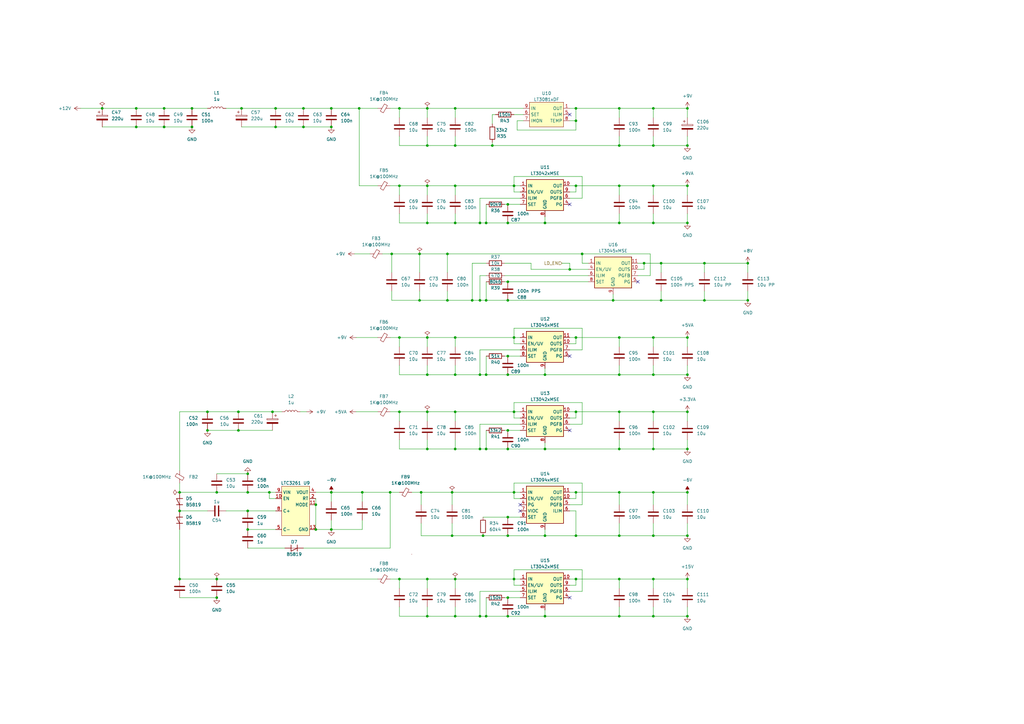
<source format=kicad_sch>
(kicad_sch (version 20230121) (generator eeschema)
  (paper "A3")
  (title_block (title "analog supply") (date "2023-11-09") (rev "r0_3") (company "M-Labs Limited") (comment 1 "Linus Woo Chun Kit"))
  (junction (at 175.26 237.49))
  (junction (at 223.52 184.15))
  (junction (at 236.22 76.2))
  (junction (at 210.82 201.93))
  (junction (at 78.74 44.45))
  (junction (at 210.82 76.2))
  (junction (at 236.22 168.91))
  (junction (at 185.42 219.71))
  (junction (at 101.6 217.17))
  (junction (at 254 184.15))
  (junction (at 208.28 245.11))
  (junction (at 185.42 201.93))
  (junction (at 208.28 176.53))
  (junction (at 135.89 217.17))
  (junction (at 147.32 44.45))
  (junction (at 193.675 123.19))
  (junction (at 210.82 138.43))
  (junction (at 254 91.44))
  (junction (at 236.22 49.53))
  (junction (at 208.28 252.73))
  (junction (at 196.85 184.15))
  (junction (at 88.9 237.49))
  (junction (at 199.39 252.73))
  (junction (at 186.69 138.43))
  (junction (at 208.28 184.15))
  (junction (at 78.74 52.07))
  (junction (at 254 44.45))
  (junction (at 238.76 104.14))
  (junction (at 267.97 76.2))
  (junction (at 199.39 153.67))
  (junction (at 254 237.49))
  (junction (at 111.76 168.91))
  (junction (at 163.83 76.2))
  (junction (at 306.705 107.95))
  (junction (at 99.06 44.45))
  (junction (at 67.31 52.07))
  (junction (at 175.26 59.69))
  (junction (at 267.97 201.93))
  (junction (at 113.03 52.07))
  (junction (at 175.26 153.67))
  (junction (at 175.26 91.44))
  (junction (at 41.91 44.45))
  (junction (at 281.94 138.43))
  (junction (at 267.97 138.43))
  (junction (at 172.085 104.14))
  (junction (at 85.09 168.91))
  (junction (at 196.85 91.44))
  (junction (at 199.39 123.19))
  (junction (at 267.97 252.73))
  (junction (at 281.94 237.49))
  (junction (at 186.69 252.73))
  (junction (at 208.28 123.19))
  (junction (at 254 219.71))
  (junction (at 97.79 168.91))
  (junction (at 148.59 201.93))
  (junction (at 223.52 153.67))
  (junction (at 223.52 91.44))
  (junction (at 236.22 44.45))
  (junction (at 101.6 209.55))
  (junction (at 281.94 76.2))
  (junction (at 281.94 201.93))
  (junction (at 281.94 168.91))
  (junction (at 183.515 104.14))
  (junction (at 306.705 123.19))
  (junction (at 281.94 44.45))
  (junction (at 186.69 237.49))
  (junction (at 186.69 184.15))
  (junction (at 163.83 168.91))
  (junction (at 236.22 219.71))
  (junction (at 254 168.91))
  (junction (at 281.94 252.73))
  (junction (at 251.46 123.19))
  (junction (at 186.69 76.2))
  (junction (at 198.12 219.71))
  (junction (at 281.94 184.15))
  (junction (at 267.97 44.45))
  (junction (at 135.89 201.93))
  (junction (at 233.68 110.49))
  (junction (at 186.69 91.44))
  (junction (at 267.97 168.91))
  (junction (at 175.26 168.91))
  (junction (at 281.94 219.71))
  (junction (at 160.02 201.93))
  (junction (at 186.69 59.69))
  (junction (at 208.28 83.82))
  (junction (at 135.89 52.07))
  (junction (at 236.22 201.93))
  (junction (at 113.03 44.45))
  (junction (at 254 153.67))
  (junction (at 254 138.43))
  (junction (at 210.82 168.91))
  (junction (at 281.94 91.44))
  (junction (at 254 59.69))
  (junction (at 267.97 184.15))
  (junction (at 288.925 123.19))
  (junction (at 254 76.2))
  (junction (at 101.6 201.93))
  (junction (at 163.83 138.43))
  (junction (at 183.515 123.19))
  (junction (at 175.26 252.73))
  (junction (at 135.89 44.45))
  (junction (at 196.85 123.19))
  (junction (at 208.28 91.44))
  (junction (at 172.72 201.93))
  (junction (at 208.28 153.67))
  (junction (at 73.66 209.55))
  (junction (at 201.93 59.69))
  (junction (at 267.97 237.49))
  (junction (at 208.28 212.09))
  (junction (at 196.85 252.73))
  (junction (at 124.46 52.07))
  (junction (at 175.26 184.15))
  (junction (at 160.655 104.14))
  (junction (at 186.69 153.67))
  (junction (at 88.9 201.93))
  (junction (at 254 201.93))
  (junction (at 85.09 176.53))
  (junction (at 110.49 201.93))
  (junction (at 208.28 115.57))
  (junction (at 264.16 107.95))
  (junction (at 267.97 219.71))
  (junction (at 208.28 146.05))
  (junction (at 223.52 252.73))
  (junction (at 73.66 201.93))
  (junction (at 172.085 123.19))
  (junction (at 281.94 59.69))
  (junction (at 97.79 176.53))
  (junction (at 267.97 59.69))
  (junction (at 55.88 52.07))
  (junction (at 236.22 237.49))
  (junction (at 281.94 153.67))
  (junction (at 223.52 219.71))
  (junction (at 208.28 219.71))
  (junction (at 288.925 107.95))
  (junction (at 175.26 76.2))
  (junction (at 175.26 138.43))
  (junction (at 163.83 44.45))
  (junction (at 199.39 184.15))
  (junction (at 101.6 194.31))
  (junction (at 88.9 245.11))
  (junction (at 267.97 91.44))
  (junction (at 271.145 123.19))
  (junction (at 175.26 44.45))
  (junction (at 210.82 237.49))
  (junction (at 254 252.73))
  (junction (at 73.66 237.49))
  (junction (at 163.83 237.49))
  (junction (at 186.69 168.91))
  (junction (at 129.54 207.01))
  (junction (at 67.31 44.45))
  (junction (at 267.97 153.67))
  (junction (at 124.46 44.45))
  (junction (at 55.88 44.45))
  (junction (at 186.69 44.45))
  (junction (at 271.145 107.95))
  (junction (at 129.54 217.17))
  (junction (at 236.22 138.43))
  (junction (at 199.39 91.44))
  (junction (at 196.85 153.67))
  (no_connect (at 233.68 176.53))
  (no_connect (at 233.68 245.11))
  (no_connect (at 261.62 115.57))
  (no_connect (at 233.68 46.99))
  (no_connect (at 213.36 209.55))
  (no_connect (at 213.36 207.01))
  (no_connect (at 233.68 83.82))
  (no_connect (at 233.68 146.05))
  (wire (pts (xy 88.9 201.93) (xy 101.6 201.93)))
  (wire (pts (xy 207.01 176.53) (xy 208.28 176.53)))
  (wire (pts (xy 267.97 214.63) (xy 267.97 219.71)))
  (wire (pts (xy 267.97 153.67) (xy 267.97 149.86)))
  (wire (pts (xy 196.85 81.28) (xy 196.85 91.44)))
  (wire (pts (xy 175.26 241.3) (xy 175.26 237.49)))
  (wire (pts (xy 160.02 237.49) (xy 163.83 237.49)))
  (wire (pts (xy 254 237.49) (xy 254 241.3)))
  (wire (pts (xy 233.68 140.97) (xy 236.22 140.97)))
  (wire (pts (xy 148.59 201.93) (xy 148.59 205.74)))
  (wire (pts (xy 281.94 252.73) (xy 281.94 248.92)))
  (wire (pts (xy 271.145 107.95) (xy 271.145 111.76)))
  (wire (pts (xy 135.89 213.36) (xy 135.89 217.17)))
  (wire (pts (xy 163.83 252.73) (xy 163.83 248.92)))
  (wire (pts (xy 208.28 176.53) (xy 213.36 176.53)))
  (wire (pts (xy 124.46 44.45) (xy 135.89 44.45)))
  (wire (pts (xy 135.89 217.17) (xy 129.54 217.17)))
  (wire (pts (xy 201.93 58.42) (xy 201.93 59.69)))
  (wire (pts (xy 196.85 91.44) (xy 199.39 91.44)))
  (wire (pts (xy 288.925 107.95) (xy 288.925 111.76)))
  (wire (pts (xy 267.97 252.73) (xy 281.94 252.73)))
  (wire (pts (xy 156.845 104.14) (xy 160.655 104.14)))
  (wire (pts (xy 186.69 172.72) (xy 186.69 168.91)))
  (wire (pts (xy 196.85 113.03) (xy 199.39 113.03)))
  (wire (pts (xy 236.22 219.71) (xy 223.52 219.71)))
  (wire (pts (xy 172.085 123.19) (xy 183.515 123.19)))
  (wire (pts (xy 175.26 252.73) (xy 175.26 248.92)))
  (wire (pts (xy 183.515 123.19) (xy 193.675 123.19)))
  (wire (pts (xy 185.42 219.71) (xy 198.12 219.71)))
  (wire (pts (xy 201.93 50.8) (xy 201.93 46.99)))
  (wire (pts (xy 267.97 153.67) (xy 281.94 153.67)))
  (wire (pts (xy 85.09 176.53) (xy 97.79 176.53)))
  (wire (pts (xy 207.01 115.57) (xy 208.28 115.57)))
  (wire (pts (xy 172.085 123.19) (xy 172.085 119.38)))
  (wire (pts (xy 210.82 76.2) (xy 213.36 76.2)))
  (wire (pts (xy 85.09 168.91) (xy 97.79 168.91)))
  (wire (pts (xy 163.83 59.69) (xy 175.26 59.69)))
  (wire (pts (xy 210.82 237.49) (xy 213.36 237.49)))
  (wire (pts (xy 254 219.71) (xy 254 214.63)))
  (wire (pts (xy 199.39 184.15) (xy 208.28 184.15)))
  (wire (pts (xy 129.54 201.93) (xy 135.89 201.93)))
  (wire (pts (xy 175.26 142.24) (xy 175.26 138.43)))
  (wire (pts (xy 199.39 252.73) (xy 208.28 252.73)))
  (wire (pts (xy 186.69 80.01) (xy 186.69 76.2)))
  (wire (pts (xy 199.39 245.11) (xy 199.39 252.73)))
  (wire (pts (xy 172.72 214.63) (xy 172.72 219.71)))
  (wire (pts (xy 92.71 209.55) (xy 101.6 209.55)))
  (wire (pts (xy 183.515 104.14) (xy 238.76 104.14)))
  (wire (pts (xy 208.28 184.15) (xy 223.52 184.15)))
  (wire (pts (xy 175.26 184.15) (xy 186.69 184.15)))
  (wire (pts (xy 208.28 91.44) (xy 223.52 91.44)))
  (wire (pts (xy 213.36 204.47) (xy 210.82 204.47)))
  (wire (pts (xy 135.89 44.45) (xy 147.32 44.45)))
  (wire (pts (xy 254 219.71) (xy 267.97 219.71)))
  (wire (pts (xy 208.28 115.57) (xy 241.3 115.57)))
  (wire (pts (xy 163.83 252.73) (xy 175.26 252.73)))
  (wire (pts (xy 185.42 201.93) (xy 210.82 201.93)))
  (wire (pts (xy 186.69 168.91) (xy 210.82 168.91)))
  (wire (pts (xy 199.39 115.57) (xy 199.39 123.19)))
  (wire (pts (xy 175.26 76.2) (xy 186.69 76.2)))
  (wire (pts (xy 186.69 91.44) (xy 186.69 87.63)))
  (wire (pts (xy 199.39 146.05) (xy 199.39 153.67)))
  (wire (pts (xy 254 153.67) (xy 254 149.86)))
  (wire (pts (xy 238.76 134.62) (xy 210.82 134.62)))
  (wire (pts (xy 199.39 153.67) (xy 208.28 153.67)))
  (wire (pts (xy 172.72 219.71) (xy 185.42 219.71)))
  (wire (pts (xy 223.52 91.44) (xy 254 91.44)))
  (wire (pts (xy 236.22 240.03) (xy 236.22 237.49)))
  (wire (pts (xy 101.6 224.79) (xy 116.84 224.79)))
  (wire (pts (xy 198.12 219.71) (xy 208.28 219.71)))
  (wire (pts (xy 254 184.15) (xy 254 180.34)))
  (wire (pts (xy 210.82 140.97) (xy 210.82 138.43)))
  (wire (pts (xy 55.88 52.07) (xy 67.31 52.07)))
  (wire (pts (xy 196.85 81.28) (xy 213.36 81.28)))
  (wire (pts (xy 267.97 59.69) (xy 254 59.69)))
  (wire (pts (xy 212.09 49.53) (xy 214.63 49.53)))
  (wire (pts (xy 271.145 107.95) (xy 288.925 107.95)))
  (wire (pts (xy 267.97 91.44) (xy 267.97 87.63)))
  (wire (pts (xy 223.52 250.19) (xy 223.52 252.73)))
  (wire (pts (xy 271.145 123.19) (xy 271.145 119.38)))
  (wire (pts (xy 254 201.93) (xy 267.97 201.93)))
  (wire (pts (xy 186.69 44.45) (xy 214.63 44.45)))
  (wire (pts (xy 196.85 173.99) (xy 213.36 173.99)))
  (wire (pts (xy 175.26 184.15) (xy 175.26 180.34)))
  (wire (pts (xy 261.62 113.03) (xy 266.7 113.03)))
  (wire (pts (xy 238.76 107.95) (xy 241.3 107.95)))
  (wire (pts (xy 186.69 241.3) (xy 186.69 237.49)))
  (wire (pts (xy 254 237.49) (xy 267.97 237.49)))
  (wire (pts (xy 146.05 168.91) (xy 154.94 168.91)))
  (wire (pts (xy 236.22 237.49) (xy 254 237.49)))
  (wire (pts (xy 210.82 201.93) (xy 213.36 201.93)))
  (wire (pts (xy 236.22 44.45) (xy 236.22 49.53)))
  (wire (pts (xy 207.01 245.11) (xy 208.28 245.11)))
  (wire (pts (xy 210.82 78.74) (xy 210.82 76.2)))
  (wire (pts (xy 196.85 252.73) (xy 199.39 252.73)))
  (wire (pts (xy 186.69 153.67) (xy 196.85 153.67)))
  (wire (pts (xy 236.22 219.71) (xy 254 219.71)))
  (wire (pts (xy 210.82 138.43) (xy 213.36 138.43)))
  (wire (pts (xy 73.66 198.12) (xy 73.66 201.93)))
  (wire (pts (xy 238.76 173.99) (xy 238.76 165.1)))
  (wire (pts (xy 175.26 172.72) (xy 175.26 168.91)))
  (wire (pts (xy 113.03 52.07) (xy 124.46 52.07)))
  (wire (pts (xy 73.66 237.49) (xy 73.66 217.17)))
  (wire (pts (xy 238.76 165.1) (xy 210.82 165.1)))
  (wire (pts (xy 208.28 123.19) (xy 251.46 123.19)))
  (wire (pts (xy 199.39 107.95) (xy 193.675 107.95)))
  (wire (pts (xy 113.03 44.45) (xy 124.46 44.45)))
  (wire (pts (xy 281.94 76.2) (xy 281.94 80.01)))
  (wire (pts (xy 163.83 172.72) (xy 163.83 168.91)))
  (wire (pts (xy 281.94 184.15) (xy 281.94 180.34)))
  (wire (pts (xy 201.93 46.99) (xy 203.2 46.99)))
  (wire (pts (xy 266.7 104.14) (xy 238.76 104.14)))
  (wire (pts (xy 210.82 240.03) (xy 210.82 237.49)))
  (wire (pts (xy 281.94 168.91) (xy 281.94 172.72)))
  (wire (pts (xy 160.655 104.14) (xy 172.085 104.14)))
  (wire (pts (xy 233.68 143.51) (xy 238.76 143.51)))
  (wire (pts (xy 254 48.26) (xy 254 44.45)))
  (wire (pts (xy 196.85 113.03) (xy 196.85 123.19)))
  (wire (pts (xy 236.22 201.93) (xy 254 201.93)))
  (wire (pts (xy 73.66 237.49) (xy 88.9 237.49)))
  (wire (pts (xy 175.26 168.91) (xy 186.69 168.91)))
  (wire (pts (xy 233.68 240.03) (xy 236.22 240.03)))
  (wire (pts (xy 201.93 59.69) (xy 254 59.69)))
  (wire (pts (xy 175.26 44.45) (xy 186.69 44.45)))
  (wire (pts (xy 160.02 44.45) (xy 163.83 44.45)))
  (wire (pts (xy 124.46 52.07) (xy 135.89 52.07)))
  (wire (pts (xy 236.22 138.43) (xy 254 138.43)))
  (wire (pts (xy 110.49 201.93) (xy 113.03 201.93)))
  (wire (pts (xy 233.68 173.99) (xy 238.76 173.99)))
  (wire (pts (xy 217.805 107.95) (xy 217.805 110.49)))
  (wire (pts (xy 210.82 134.62) (xy 210.82 138.43)))
  (wire (pts (xy 267.97 76.2) (xy 267.97 80.01)))
  (wire (pts (xy 267.97 138.43) (xy 281.94 138.43)))
  (wire (pts (xy 254 44.45) (xy 267.97 44.45)))
  (wire (pts (xy 254 91.44) (xy 267.97 91.44)))
  (wire (pts (xy 288.925 123.19) (xy 288.925 119.38)))
  (wire (pts (xy 266.7 113.03) (xy 266.7 104.14)))
  (wire (pts (xy 223.52 151.13) (xy 223.52 153.67)))
  (wire (pts (xy 233.68 110.49) (xy 241.3 110.49)))
  (wire (pts (xy 233.68 138.43) (xy 236.22 138.43)))
  (wire (pts (xy 163.83 59.69) (xy 163.83 55.88)))
  (wire (pts (xy 233.68 81.28) (xy 238.76 81.28)))
  (wire (pts (xy 196.85 153.67) (xy 199.39 153.67)))
  (wire (pts (xy 160.655 123.19) (xy 172.085 123.19)))
  (wire (pts (xy 223.52 181.61) (xy 223.52 184.15)))
  (wire (pts (xy 113.03 204.47) (xy 110.49 204.47)))
  (wire (pts (xy 73.66 245.11) (xy 88.9 245.11)))
  (wire (pts (xy 186.69 59.69) (xy 201.93 59.69)))
  (wire (pts (xy 186.69 153.67) (xy 186.69 149.86)))
  (wire (pts (xy 183.515 123.19) (xy 183.515 119.38)))
  (wire (pts (xy 233.68 76.2) (xy 236.22 76.2)))
  (wire (pts (xy 185.42 214.63) (xy 185.42 219.71)))
  (wire (pts (xy 208.28 252.73) (xy 223.52 252.73)))
  (wire (pts (xy 175.26 252.73) (xy 186.69 252.73)))
  (wire (pts (xy 168.91 201.93) (xy 172.72 201.93)))
  (wire (pts (xy 186.69 48.26) (xy 186.69 44.45)))
  (wire (pts (xy 135.89 201.93) (xy 148.59 201.93)))
  (wire (pts (xy 115.57 168.91) (xy 111.76 168.91)))
  (wire (pts (xy 123.19 168.91) (xy 125.73 168.91)))
  (wire (pts (xy 267.97 44.45) (xy 281.94 44.45)))
  (wire (pts (xy 199.39 176.53) (xy 199.39 184.15)))
  (wire (pts (xy 254 168.91) (xy 254 172.72)))
  (wire (pts (xy 254 201.93) (xy 254 207.01)))
  (wire (pts (xy 185.42 201.93) (xy 185.42 207.01)))
  (wire (pts (xy 135.89 201.93) (xy 135.89 205.74)))
  (wire (pts (xy 213.36 78.74) (xy 210.82 78.74)))
  (wire (pts (xy 267.97 48.26) (xy 267.97 44.45)))
  (wire (pts (xy 163.83 237.49) (xy 175.26 237.49)))
  (wire (pts (xy 196.85 143.51) (xy 213.36 143.51)))
  (wire (pts (xy 186.69 252.73) (xy 186.69 248.92)))
  (wire (pts (xy 175.26 153.67) (xy 175.26 149.86)))
  (wire (pts (xy 233.68 168.91) (xy 236.22 168.91)))
  (wire (pts (xy 212.09 49.53) (xy 212.09 53.34)))
  (wire (pts (xy 186.69 138.43) (xy 210.82 138.43)))
  (wire (pts (xy 236.22 49.53) (xy 233.68 49.53)))
  (wire (pts (xy 271.145 123.19) (xy 288.925 123.19)))
  (wire (pts (xy 233.68 171.45) (xy 236.22 171.45)))
  (wire (pts (xy 254 91.44) (xy 254 87.63)))
  (wire (pts (xy 238.76 81.28) (xy 238.76 72.39)))
  (wire (pts (xy 213.36 240.03) (xy 210.82 240.03)))
  (wire (pts (xy 236.22 209.55) (xy 236.22 219.71)))
  (wire (pts (xy 163.83 80.01) (xy 163.83 76.2)))
  (wire (pts (xy 254 153.67) (xy 267.97 153.67)))
  (wire (pts (xy 101.6 217.17) (xy 113.03 217.17)))
  (wire (pts (xy 163.83 241.3) (xy 163.83 237.49)))
  (wire (pts (xy 233.68 242.57) (xy 238.76 242.57)))
  (wire (pts (xy 236.22 168.91) (xy 254 168.91)))
  (wire (pts (xy 223.52 219.71) (xy 223.52 217.17)))
  (wire (pts (xy 160.02 224.79) (xy 160.02 201.93)))
  (wire (pts (xy 163.83 48.26) (xy 163.83 44.45)))
  (wire (pts (xy 236.22 53.34) (xy 236.22 49.53)))
  (wire (pts (xy 78.74 44.45) (xy 85.09 44.45)))
  (wire (pts (xy 267.97 201.93) (xy 281.94 201.93)))
  (wire (pts (xy 148.59 217.17) (xy 135.89 217.17)))
  (wire (pts (xy 92.71 44.45) (xy 99.06 44.45)))
  (wire (pts (xy 281.94 44.45) (xy 281.94 48.26)))
  (wire (pts (xy 175.26 48.26) (xy 175.26 44.45)))
  (wire (pts (xy 163.83 153.67) (xy 175.26 153.67)))
  (wire (pts (xy 175.26 153.67) (xy 186.69 153.67)))
  (wire (pts (xy 160.02 201.93) (xy 163.83 201.93)))
  (wire (pts (xy 267.97 237.49) (xy 281.94 237.49)))
  (wire (pts (xy 172.085 111.76) (xy 172.085 104.14)))
  (wire (pts (xy 207.01 107.95) (xy 217.805 107.95)))
  (wire (pts (xy 110.49 204.47) (xy 110.49 201.93)))
  (wire (pts (xy 175.26 59.69) (xy 175.26 55.88)))
  (wire (pts (xy 210.82 168.91) (xy 213.36 168.91)))
  (wire (pts (xy 267.97 201.93) (xy 267.97 207.01)))
  (wire (pts (xy 198.12 212.09) (xy 208.28 212.09)))
  (wire (pts (xy 254 252.73) (xy 254 248.92)))
  (wire (pts (xy 233.68 78.74) (xy 236.22 78.74)))
  (wire (pts (xy 172.72 201.93) (xy 172.72 207.01)))
  (wire (pts (xy 33.02 44.45) (xy 41.91 44.45)))
  (wire (pts (xy 238.76 72.39) (xy 210.82 72.39)))
  (wire (pts (xy 199.39 123.19) (xy 208.28 123.19)))
  (wire (pts (xy 254 252.73) (xy 267.97 252.73)))
  (wire (pts (xy 264.16 107.95) (xy 271.145 107.95)))
  (wire (pts (xy 236.22 140.97) (xy 236.22 138.43)))
  (wire (pts (xy 129.54 207.01) (xy 129.54 217.17)))
  (wire (pts (xy 267.97 252.73) (xy 267.97 248.92)))
  (wire (pts (xy 261.62 110.49) (xy 264.16 110.49)))
  (wire (pts (xy 41.91 44.45) (xy 55.88 44.45)))
  (wire (pts (xy 186.69 59.69) (xy 186.69 55.88)))
  (wire (pts (xy 163.83 76.2) (xy 175.26 76.2)))
  (wire (pts (xy 154.94 76.2) (xy 147.32 76.2)))
  (wire (pts (xy 254 55.88) (xy 254 59.69)))
  (wire (pts (xy 163.83 153.67) (xy 163.83 149.86)))
  (wire (pts (xy 288.925 123.19) (xy 306.705 123.19)))
  (wire (pts (xy 172.085 104.14) (xy 183.515 104.14)))
  (wire (pts (xy 196.85 242.57) (xy 196.85 252.73)))
  (wire (pts (xy 267.97 91.44) (xy 281.94 91.44)))
  (wire (pts (xy 73.66 209.55) (xy 85.09 209.55)))
  (wire (pts (xy 186.69 237.49) (xy 210.82 237.49)))
  (wire (pts (xy 101.6 201.93) (xy 110.49 201.93)))
  (wire (pts (xy 99.06 44.45) (xy 113.03 44.45)))
  (wire (pts (xy 186.69 184.15) (xy 186.69 180.34)))
  (wire (pts (xy 264.16 110.49) (xy 264.16 107.95)))
  (wire (pts (xy 73.66 168.91) (xy 73.66 193.04)))
  (wire (pts (xy 210.82 46.99) (xy 214.63 46.99)))
  (wire (pts (xy 147.32 44.45) (xy 147.32 76.2)))
  (wire (pts (xy 145.415 104.14) (xy 151.765 104.14)))
  (wire (pts (xy 175.26 91.44) (xy 186.69 91.44)))
  (wire (pts (xy 261.62 107.95) (xy 264.16 107.95)))
  (wire (pts (xy 210.82 72.39) (xy 210.82 76.2)))
  (wire (pts (xy 254 76.2) (xy 267.97 76.2)))
  (wire (pts (xy 233.68 237.49) (xy 236.22 237.49)))
  (wire (pts (xy 193.675 123.19) (xy 196.85 123.19)))
  (wire (pts (xy 196.85 123.19) (xy 199.39 123.19)))
  (wire (pts (xy 238.76 198.12) (xy 210.82 198.12)))
  (wire (pts (xy 233.68 44.45) (xy 236.22 44.45)))
  (wire (pts (xy 146.05 138.43) (xy 154.94 138.43)))
  (wire (pts (xy 196.85 143.51) (xy 196.85 153.67)))
  (wire (pts (xy 281.94 91.44) (xy 281.94 87.63)))
  (wire (pts (xy 41.91 52.07) (xy 55.88 52.07)))
  (wire (pts (xy 196.85 173.99) (xy 196.85 184.15)))
  (wire (pts (xy 281.94 138.43) (xy 281.94 142.24)))
  (wire (pts (xy 281.94 153.67) (xy 281.94 149.86)))
  (wire (pts (xy 233.68 204.47) (xy 236.22 204.47)))
  (wire (pts (xy 199.39 91.44) (xy 208.28 91.44)))
  (wire (pts (xy 230.505 107.95) (xy 233.68 107.95)))
  (wire (pts (xy 238.76 207.01) (xy 238.76 198.12)))
  (wire (pts (xy 163.83 168.91) (xy 175.26 168.91)))
  (wire (pts (xy 236.22 78.74) (xy 236.22 76.2)))
  (wire (pts (xy 207.01 146.05) (xy 208.28 146.05)))
  (wire (pts (xy 196.85 184.15) (xy 199.39 184.15)))
  (wire (pts (xy 233.68 107.95) (xy 233.68 110.49)))
  (wire (pts (xy 212.09 53.34) (xy 236.22 53.34)))
  (wire (pts (xy 196.85 242.57) (xy 213.36 242.57)))
  (wire (pts (xy 208.28 153.67) (xy 223.52 153.67)))
  (wire (pts (xy 210.82 171.45) (xy 210.82 168.91)))
  (wire (pts (xy 186.69 76.2) (xy 210.82 76.2)))
  (wire (pts (xy 210.82 198.12) (xy 210.82 201.93)))
  (wire (pts (xy 147.32 44.45) (xy 154.94 44.45)))
  (wire (pts (xy 213.36 140.97) (xy 210.82 140.97)))
  (wire (pts (xy 238.76 242.57) (xy 238.76 233.68)))
  (wire (pts (xy 88.9 194.31) (xy 101.6 194.31)))
  (wire (pts (xy 306.705 123.19) (xy 306.705 119.38)))
  (wire (pts (xy 267.97 168.91) (xy 267.97 172.72)))
  (wire (pts (xy 267.97 76.2) (xy 281.94 76.2)))
  (wire (pts (xy 186.69 142.24) (xy 186.69 138.43)))
  (wire (pts (xy 281.94 55.88) (xy 281.94 59.69)))
  (wire (pts (xy 67.31 52.07) (xy 78.74 52.07)))
  (wire (pts (xy 210.82 204.47) (xy 210.82 201.93)))
  (wire (pts (xy 238.76 233.68) (xy 210.82 233.68)))
  (wire (pts (xy 254 138.43) (xy 267.97 138.43)))
  (wire (pts (xy 251.46 120.65) (xy 251.46 123.19)))
  (wire (pts (xy 267.97 219.71) (xy 281.94 219.71)))
  (wire (pts (xy 208.28 245.11) (xy 213.36 245.11)))
  (wire (pts (xy 223.52 88.9) (xy 223.52 91.44)))
  (wire (pts (xy 73.66 168.91) (xy 85.09 168.91)))
  (wire (pts (xy 267.97 237.49) (xy 267.97 241.3)))
  (wire (pts (xy 254 184.15) (xy 267.97 184.15)))
  (wire (pts (xy 236.22 171.45) (xy 236.22 168.91)))
  (wire (pts (xy 210.82 233.68) (xy 210.82 237.49)))
  (wire (pts (xy 160.655 111.76) (xy 160.655 104.14)))
  (wire (pts (xy 55.88 44.45) (xy 67.31 44.45)))
  (wire (pts (xy 199.39 83.82) (xy 199.39 91.44)))
  (wire (pts (xy 160.02 168.91) (xy 163.83 168.91)))
  (wire (pts (xy 124.46 224.79) (xy 160.02 224.79)))
  (wire (pts (xy 254 138.43) (xy 254 142.24)))
  (wire (pts (xy 208.28 212.09) (xy 213.36 212.09)))
  (wire (pts (xy 210.82 165.1) (xy 210.82 168.91)))
  (wire (pts (xy 288.925 107.95) (xy 306.705 107.95)))
  (wire (pts (xy 160.02 76.2) (xy 163.83 76.2)))
  (wire (pts (xy 160.655 123.19) (xy 160.655 119.38)))
  (wire (pts (xy 67.31 44.45) (xy 78.74 44.45)))
  (wire (pts (xy 175.26 59.69) (xy 186.69 59.69)))
  (wire (pts (xy 163.83 184.15) (xy 175.26 184.15)))
  (wire (pts (xy 208.28 146.05) (xy 213.36 146.05)))
  (wire (pts (xy 175.26 237.49) (xy 186.69 237.49)))
  (wire (pts (xy 254 168.91) (xy 267.97 168.91)))
  (wire (pts (xy 111.76 168.91) (xy 97.79 168.91)))
  (wire (pts (xy 183.515 111.76) (xy 183.515 104.14)))
  (wire (pts (xy 160.02 201.93) (xy 148.59 201.93)))
  (wire (pts (xy 172.72 201.93) (xy 185.42 201.93)))
  (wire (pts (xy 175.26 91.44) (xy 175.26 87.63)))
  (wire (pts (xy 281.94 201.93) (xy 281.94 207.01)))
  (wire (pts (xy 99.06 52.07) (xy 113.03 52.07)))
  (wire (pts (xy 101.6 209.55) (xy 113.03 209.55)))
  (wire (pts (xy 223.52 153.67) (xy 254 153.67)))
  (wire (pts (xy 238.76 143.51) (xy 238.76 134.62)))
  (wire (pts (xy 73.66 201.93) (xy 88.9 201.93)))
  (wire (pts (xy 175.26 138.43) (xy 186.69 138.43)))
  (wire (pts (xy 267.97 168.91) (xy 281.94 168.91)))
  (wire (pts (xy 233.68 207.01) (xy 238.76 207.01)))
  (wire (pts (xy 163.83 91.44) (xy 175.26 91.44)))
  (wire (pts (xy 236.22 76.2) (xy 254 76.2)))
  (wire (pts (xy 236.22 204.47) (xy 236.22 201.93)))
  (wire (pts (xy 193.675 107.95) (xy 193.675 123.19)))
  (wire (pts (xy 236.22 44.45) (xy 254 44.45)))
  (wire (pts (xy 160.02 138.43) (xy 163.83 138.43)))
  (wire (pts (xy 208.28 219.71) (xy 223.52 219.71)))
  (wire (pts (xy 236.22 209.55) (xy 233.68 209.55)))
  (wire (pts (xy 111.76 176.53) (xy 97.79 176.53)))
  (wire (pts (xy 186.69 184.15) (xy 196.85 184.15)))
  (wire (pts (xy 267.97 184.15) (xy 267.97 180.34)))
  (wire (pts (xy 207.01 83.82) (xy 208.28 83.82)))
  (wire (pts (xy 267.97 138.43) (xy 267.97 142.24)))
  (wire (pts (xy 217.805 110.49) (xy 233.68 110.49)))
  (wire (pts (xy 213.36 171.45) (xy 210.82 171.45)))
  (wire (pts (xy 233.68 201.93) (xy 236.22 201.93)))
  (wire (pts (xy 254 76.2) (xy 254 80.01)))
  (wire (pts (xy 251.46 123.19) (xy 271.145 123.19)))
  (wire (pts (xy 163.83 44.45) (xy 175.26 44.45)))
  (wire (pts (xy 223.52 184.15) (xy 254 184.15)))
  (wire (pts (xy 163.83 138.43) (xy 175.26 138.43)))
  (wire (pts (xy 208.28 83.82) (xy 213.36 83.82)))
  (wire (pts (xy 186.69 91.44) (xy 196.85 91.44)))
  (wire (pts (xy 163.83 91.44) (xy 163.83 87.63)))
  (wire (pts (xy 306.705 107.95) (xy 306.705 111.76)))
  (wire (pts (xy 281.94 237.49) (xy 281.94 241.3)))
  (wire (pts (xy 148.59 213.36) (xy 148.59 217.17)))
  (wire (pts (xy 267.97 55.88) (xy 267.97 59.69)))
  (wire (pts (xy 129.54 204.47) (xy 129.54 207.01)))
  (wire (pts (xy 267.97 59.69) (xy 281.94 59.69)))
  (wire (pts (xy 223.52 252.73) (xy 254 252.73)))
  (wire (pts (xy 186.69 252.73) (xy 196.85 252.73)))
  (wire (pts (xy 267.97 184.15) (xy 281.94 184.15)))
  (wire (pts (xy 238.76 104.14) (xy 238.76 107.95)))
  (wire (pts (xy 281.94 214.63) (xy 281.94 219.71)))
  (wire (pts (xy 175.26 80.01) (xy 175.26 76.2)))
  (wire (pts (xy 163.83 184.15) (xy 163.83 180.34)))
  (wire (pts (xy 88.9 237.49) (xy 154.94 237.49)))
  (wire (pts (xy 207.01 113.03) (xy 241.3 113.03)))
  (wire (pts (xy 163.83 142.24) (xy 163.83 138.43)))
  (hierarchical_label "LD_EN" (shape input) (at 230.505 107.95 180))
  (symbol (lib_id "Device:R") (at 198.12 215.9 0) (unit 1)
    (property "Reference" "R34" (at 200.66 214.6299 0) (effects (justify left)))
    (property "Value" "60k4" (at 200.66 217.1699 0) (effects (justify left)))
    (property "Footprint" "Resistor_SMD:R_0603_1608Metric" (effects hide))
    (property "MFR_PN" "RT0603FRE0760K4L" (effects hide))
    (property "MFR_PN_ALT" "RC0603FR-0760K4L" (effects hide))
  )
  (symbol (lib_id "Device:C") (at 85.09 172.72 0) (mirror y) (unit 1)
    (property "Reference" "C52" (at 81.28 171.4499 0) (effects (justify left)))
    (property "Value" "100n" (at 81.28 173.9899 0) (effects (justify left)))
    (property "Footprint" "Capacitor_SMD:C_0603_1608Metric" (effects hide))
    (property "MFR_PN" "CL10B104KB8NNWC" (effects hide))
    (property "MFR_PN_ALT" "CL10B104KB8NNNL" (effects hide))
  )
  (symbol (lib_id "Device:C") (at 254 83.82 0) (unit 1)
    (property "Reference" "C94" (at 257.81 82.5499 0) (effects (justify left)))
    (property "Value" "100n" (at 257.81 85.0899 0) (effects (justify left)))
    (property "Footprint" "Capacitor_SMD:C_0603_1608Metric" (effects hide))
    (property "MFR_PN" "CL10B104KB8NNWC" (effects hide))
    (property "MFR_PN_ALT" "CL10B104KB8NNNL" (effects hide))
  )
  (symbol (lib_id "power:+5VA") (at 281.94 138.43 0) (unit 1)
    (property "Reference" "#PWR088" (effects hide))
    (property "Value" "+5VA" (at 281.94 133.35 0))
  )
  (symbol (lib_id "Device:C") (at 101.6 213.36 0) (unit 1)
    (property "Reference" "C59" (at 105.41 212.0899 0) (effects (justify left)))
    (property "Value" "1u" (at 105.41 214.6299 0) (effects (justify left)))
    (property "Footprint" "Capacitor_SMD:C_0603_1608Metric" (effects hide))
    (property "MFR_PN" "CL10B105KA8NNNC" (effects hide))
    (property "MFR_PN_ALT" "CGA3E1X7R1E105K080AC" (effects hide))
  )
  (symbol (lib_id "power:PWR_FLAG") (at 175.26 76.2 0) (unit 1)
    (property "Reference" "#FLG010" (effects hide))
    (property "Value" "PWR_FLAG" (effects hide))
  )
  (symbol (lib_id "Device:C") (at 148.59 209.55 0) (unit 1)
    (property "Reference" "C66" (at 152.4 208.2799 0) (effects (justify left)))
    (property "Value" "10u" (at 152.4 210.8199 0) (effects (justify left)))
    (property "Footprint" "Capacitor_SMD:C_0805_2012Metric" (effects hide))
    (property "MFR_PN" "CL21B106KOQNNNG" (effects hide))
    (property "MFR_PN_ALT" "CL21B106KOQNNNE" (effects hide))
  )
  (symbol (lib_id "Device:R") (at 203.2 83.82 90) (unit 1)
    (property "Reference" "R36" (at 203.2 86.36 90))
    (property "Value" "90k9" (at 203.2 83.82 90))
    (property "Footprint" "Resistor_SMD:R_0603_1608Metric" (effects hide))
    (property "MFR_PN" "RT0603FRE0790K9L" (effects hide))
    (property "MFR_PN_ALT" "RK73H1JTTD9091F" (effects hide))
  )
  (symbol (lib_id "Device:R") (at 203.2 245.11 90) (unit 1)
    (property "Reference" "R42" (at 203.2 247.65 90))
    (property "Value" "150k" (at 203.2 245.11 90))
    (property "Footprint" "Resistor_SMD:R_0603_1608Metric" (effects hide))
    (property "MFR_PN" "CRGCQ0603F150K" (effects hide))
    (property "MFR_PN_ALT" "RMCF0603FG150K" (effects hide))
  )
  (symbol (lib_id "Device:C") (at 281.94 210.82 0) (unit 1)
    (property "Reference" "C110" (at 285.75 209.5499 0) (effects (justify left)))
    (property "Value" "10u" (at 285.75 212.0899 0) (effects (justify left)))
    (property "Footprint" "Capacitor_SMD:C_0805_2012Metric" (effects hide))
    (property "MFR_PN" "CL21B106KOQNNNG" (effects hide))
    (property "MFR_PN_ALT" "CL21B106KOQNNNE" (effects hide))
  )
  (symbol (lib_id "Device:C") (at 186.69 83.82 0) (unit 1)
    (property "Reference" "C83" (at 190.5 82.5499 0) (effects (justify left)))
    (property "Value" "100n" (at 190.5 85.0899 0) (effects (justify left)))
    (property "Footprint" "Capacitor_SMD:C_0603_1608Metric" (effects hide))
    (property "MFR_PN" "CL10B104KB8NNWC" (effects hide))
    (property "MFR_PN_ALT" "CL10B104KB8NNNL" (effects hide))
  )
  (symbol (lib_id "Device:C") (at 113.03 48.26 0) (unit 1)
    (property "Reference" "C62" (at 116.84 46.9899 0) (effects (justify left)))
    (property "Value" "10u" (at 116.84 49.5299 0) (effects (justify left)))
    (property "Footprint" "Capacitor_SMD:C_0805_2012Metric" (effects hide))
    (property "MFR_PN" "CL21B106KOQNNNG" (effects hide))
    (property "MFR_PN_ALT" "CL21B106KOQNNNE" (effects hide))
  )
  (symbol (lib_id "power:PWR_FLAG") (at 172.085 104.14 0) (unit 1)
    (property "Reference" "#FLG08" (effects hide))
    (property "Value" "PWR_FLAG" (effects hide))
  )
  (symbol (lib_id "Device:FerriteBead_Small") (at 73.66 195.58 180) (unit 1)
    (property "Reference" "FB2" (at 77.47 195.58 0) (effects (justify right)))
    (property "Value" "1K@100MHz" (at 58.42 195.58 0) (effects (justify right)))
    (property "Footprint" "Inductor_SMD:L_1210_3225Metric" (effects hide))
    (property "MFR_PN" "FBMH3225HM102NT" (effects hide))
    (property "MFR_PN_ALT" "FBMH3225HM102NTV" (effects hide))
  )
  (symbol (lib_id "Device:C") (at 208.28 180.34 0) (unit 1)
    (property "Reference" "C90" (at 209.55 182.88 0) (effects (justify left)))
    (property "Value" "100n" (at 212.09 180.34 0) (effects (justify left)))
    (property "Footprint" "Capacitor_SMD:C_0603_1608Metric" (effects hide))
    (property "MFR_PN" "CL10B104KB8NNWC" (effects hide))
    (property "MFR_PN_ALT" "CL10B104KB8NNNL" (effects hide))
  )
  (symbol (lib_id "Device:C") (at 183.515 115.57 0) (unit 1)
    (property "Reference" "C80" (at 187.325 114.2999 0) (effects (justify left)))
    (property "Value" "100n" (at 187.325 116.8399 0) (effects (justify left)))
    (property "Footprint" "Capacitor_SMD:C_0603_1608Metric" (effects hide))
    (property "MFR_PN" "CL10B104KB8NNWC" (effects hide))
    (property "MFR_PN_ALT" "CL10B104KB8NNNL" (effects hide))
  )
  (symbol (lib_id "Device:C") (at 175.26 176.53 0) (unit 1)
    (property "Reference" "C78" (at 179.07 175.2599 0) (effects (justify left)))
    (property "Value" "10u" (at 179.07 177.7999 0) (effects (justify left)))
    (property "Footprint" "Capacitor_SMD:C_0805_2012Metric" (effects hide))
    (property "MFR_PN" "CL21B106KOQNNNG" (effects hide))
    (property "MFR_PN_ALT" "CL21B106KOQNNNE" (effects hide))
  )
  (symbol (lib_id "Device:C") (at 254 52.07 0) (unit 1)
    (property "Reference" "C93" (at 257.81 50.7999 0) (effects (justify left)))
    (property "Value" "100n" (at 257.81 53.3399 0) (effects (justify left)))
    (property "Footprint" "Capacitor_SMD:C_0603_1608Metric" (effects hide))
    (property "MFR_PN" "CL10B104KB8NNWC" (effects hide))
    (property "MFR_PN_ALT" "CL10B104KB8NNNL" (effects hide))
  )
  (symbol (lib_id "power:GND") (at 306.705 123.19 0) (unit 1)
    (property "Reference" "#PWR097" (effects hide))
    (property "Value" "GND" (at 306.705 128.27 0))
  )
  (symbol (lib_id "Device:C") (at 267.97 210.82 0) (unit 1)
    (property "Reference" "C103" (at 271.78 209.5499 0) (effects (justify left)))
    (property "Value" "10u" (at 271.78 212.0899 0) (effects (justify left)))
    (property "Footprint" "Capacitor_SMD:C_0805_2012Metric" (effects hide))
    (property "MFR_PN" "CL21B106KOQNNNG" (effects hide))
    (property "MFR_PN_ALT" "CL21B106KOQNNNE" (effects hide))
  )
  (symbol (lib_id "Device:C") (at 175.26 245.11 0) (unit 1)
    (property "Reference" "C79" (at 179.07 243.8399 0) (effects (justify left)))
    (property "Value" "10u" (at 179.07 246.3799 0) (effects (justify left)))
    (property "Footprint" "Capacitor_SMD:C_0805_2012Metric" (effects hide))
    (property "MFR_PN" "CL21B106KOQNNNG" (effects hide))
    (property "MFR_PN_ALT" "CL21B106KOQNNNE" (effects hide))
  )
  (symbol (lib_id "Device:C") (at 186.69 245.11 0) (unit 1)
    (property "Reference" "C86" (at 190.5 243.8399 0) (effects (justify left)))
    (property "Value" "100n" (at 190.5 246.3799 0) (effects (justify left)))
    (property "Footprint" "Capacitor_SMD:C_0603_1608Metric" (effects hide))
    (property "MFR_PN" "CL10B104KB8NNWC" (effects hide))
    (property "MFR_PN_ALT" "CL10B104KB8NNNL" (effects hide))
  )
  (symbol (lib_id "Device:R") (at 203.2 146.05 90) (unit 1)
    (property "Reference" "R40" (at 203.2 148.59 90))
    (property "Value" "51k" (at 203.2 146.05 90))
    (property "Footprint" "Resistor_SMD:R_0603_1608Metric" (effects hide))
    (property "MFR_PN" "RMCF0603FT51K0" (effects hide))
    (property "MFR_PN_ALT" "CR0603-FX-5102ELF" (effects hide))
  )
  (symbol (lib_id "Device:C") (at 175.26 52.07 0) (unit 1)
    (property "Reference" "C75" (at 179.07 50.7999 0) (effects (justify left)))
    (property "Value" "10u" (at 179.07 53.3399 0) (effects (justify left)))
    (property "Footprint" "Capacitor_SMD:C_0805_2012Metric" (effects hide))
    (property "MFR_PN" "CL21B106KOQNNNG" (effects hide))
    (property "MFR_PN_ALT" "CL21B106KOQNNNE" (effects hide))
  )
  (symbol (lib_id "Device:L") (at 88.9 44.45 90) (unit 1)
    (property "Reference" "L1" (at 88.9 38.1 90))
    (property "Value" "1u" (at 88.9 40.64 90))
    (property "Footprint" "Inductor_SMD:L_1008_2520Metric" (effects hide))
    (property "MFR_PN" "DFE252012F-1R0M=P2" (effects hide))
    (property "MFR_PN_ALT" "DFE252012P-1R0M=P2" (effects hide))
  )
  (symbol (lib_id "Device:D_Shockley") (at 73.66 213.36 90) (unit 1)
    (property "Reference" "D6" (at 76.2 212.0899 90) (effects (justify right)))
    (property "Value" "B5819" (at 76.2 214.6299 90) (effects (justify right)))
    (property "Footprint" "Diode_SMD:D_SOD-323" (effects hide))
    (property "MFR_PN" "B5819WS-TP" (effects hide))
  )
  (symbol (lib_id "Device:C_Polarized") (at 281.94 52.07 0) (unit 1)
    (property "Reference" "C106" (at 285.75 49.9109 0) (effects (justify left)))
    (property "Value" "220u" (at 285.75 52.4509 0) (effects (justify left)))
    (property "Footprint" "Capacitor_Tantalum_SMD:CP_EIA-7343-15_Kemet-W" (effects hide))
    (property "MFR_PN" "T491D227K016AT" (effects hide))
    (property "MFR_PN_ALT" "293D227X9016E2TE3" (effects hide))
  )
  (symbol (lib_id "power:-9V") (at 135.89 201.93 0) (unit 1)
    (property "Reference" "#PWR079" (effects hide))
    (property "Value" "-9V" (at 135.89 196.85 0))
  )
  (symbol (lib_id "Device:FerriteBead_Small") (at 154.305 104.14 90) (unit 1)
    (property "Reference" "FB3" (at 154.2669 97.79 90))
    (property "Value" "1K@100MHz" (at 154.2669 100.33 90))
    (property "Footprint" "Inductor_SMD:L_1210_3225Metric" (effects hide))
    (property "MFR_PN" "FBMH3225HM102NT" (effects hide))
    (property "MFR_PN_ALT" "FBMH3225HM102NTV" (effects hide))
  )
  (symbol (lib_id "Device:C") (at 254 210.82 0) (unit 1)
    (property "Reference" "C97" (at 257.81 209.5499 0) (effects (justify left)))
    (property "Value" "100n" (at 257.81 212.0899 0) (effects (justify left)))
    (property "Footprint" "Capacitor_SMD:C_0603_1608Metric" (effects hide))
    (property "MFR_PN" "CL10B104KB8NNWC" (effects hide))
    (property "MFR_PN_ALT" "CL10B104KB8NNNL" (effects hide))
  )
  (symbol (lib_id "power:PWR_FLAG") (at 175.26 138.43 0) (unit 1)
    (property "Reference" "#FLG011" (effects hide))
    (property "Value" "PWR_FLAG" (effects hide))
  )
  (symbol (lib_id "power:GND") (at 281.94 91.44 0) (unit 1)
    (property "Reference" "#PWR087" (effects hide))
    (property "Value" "GND" (at 281.94 96.52 0))
  )
  (symbol (lib_id "power:+9V") (at 281.94 44.45 0) (unit 1)
    (property "Reference" "#PWR084" (effects hide))
    (property "Value" "+9V" (at 281.94 39.37 0))
  )
  (symbol (lib_id "power:PWR_FLAG") (at 185.42 201.93 0) (unit 1)
    (property "Reference" "#FLG013" (effects hide))
    (property "Value" "PWR_FLAG" (effects hide))
  )
  (symbol (lib_id "Device:FerriteBead_Small") (at 166.37 201.93 90) (unit 1)
    (property "Reference" "FB9" (at 166.3319 195.58 90))
    (property "Value" "1K@100MHz" (at 166.3319 198.12 90))
    (property "Footprint" "Inductor_SMD:L_1210_3225Metric" (effects hide))
    (property "MFR_PN" "FBMH3225HM102NT" (effects hide))
    (property "MFR_PN_ALT" "FBMH3225HM102NTV" (effects hide))
  )
  (symbol (lib_id "Device:C") (at 208.28 119.38 0) (unit 1)
    (property "Reference" "C88" (at 212.09 121.92 0) (effects (justify left)))
    (property "Value" "100n PPS" (at 212.09 119.38 0) (effects (justify left)))
    (property "Footprint" "Capacitor_SMD:C_1210_3225Metric" (effects hide))
    (property "MFR_PN" "ECH-U1C104JX5" (effects hide))
  )
  (symbol (lib_id "Device:C") (at 281.94 245.11 0) (unit 1)
    (property "Reference" "C111" (at 285.75 243.8399 0) (effects (justify left)))
    (property "Value" "10u" (at 285.75 246.3799 0) (effects (justify left)))
    (property "Footprint" "Capacitor_SMD:C_0805_2012Metric" (effects hide))
    (property "MFR_PN" "CL21B106KOQNNNG" (effects hide))
    (property "MFR_PN_ALT" "CL21B106KOQNNNE" (effects hide))
  )
  (symbol (lib_id "Device:C") (at 135.89 48.26 0) (unit 1)
    (property "Reference" "C64" (at 139.7 46.9899 0) (effects (justify left)))
    (property "Value" "100n" (at 139.7 49.5299 0) (effects (justify left)))
    (property "Footprint" "Capacitor_SMD:C_0603_1608Metric" (effects hide))
    (property "MFR_PN" "CL10B104KB8NNWC" (effects hide))
    (property "MFR_PN_ALT" "CL10B104KB8NNNL" (effects hide))
  )
  (symbol (lib_id "Device:C") (at 271.145 115.57 0) (unit 1)
    (property "Reference" "C105" (at 274.955 114.2999 0) (effects (justify left)))
    (property "Value" "100n PPS" (at 274.955 116.8399 0) (effects (justify left)))
    (property "Footprint" "Capacitor_SMD:C_1210_3225Metric" (effects hide))
    (property "MFR_PN" "ECH-U1C104JX5" (effects hide))
  )
  (symbol (lib_id "Device:C") (at 88.9 198.12 0) (unit 1)
    (property "Reference" "C53" (at 92.71 196.8499 0) (effects (justify left)))
    (property "Value" "10u" (at 92.71 199.3899 0) (effects (justify left)))
    (property "Footprint" "Capacitor_SMD:C_0805_2012Metric" (effects hide))
    (property "MFR_PN" "CL21B106KOQNNNG" (effects hide))
    (property "MFR_PN_ALT" "CL21B106KOQNNNE" (effects hide))
  )
  (symbol (lib_id "Regulator_Linear:LT3042xMSE") (at 223.52 78.74 0) (unit 1)
    (property "Reference" "U11" (at 223.52 68.58 0))
    (property "Value" "LT3042xMSE" (at 223.52 71.12 0))
    (property "Footprint" "Package_SO:MSOP-10-1EP_3x3mm_P0.5mm_EP1.68x1.88mm" (effects hide))
    (property "Datasheet" "https://www.analog.com/media/en/technical-documentation/data-sheets/3042fb.pdf" (effects hide))
    (property "MFR_PN" "LT3042IMSE#PBF" (effects hide))
    (property "MFR_PN_ALT" "LT3042IMSE#TRPBF" (effects hide))
  )
  (symbol (lib_id "Device:C") (at 88.9 209.55 90) (unit 1)
    (property "Reference" "C54" (at 88.9 213.36 90))
    (property "Value" "1u" (at 88.9 205.74 90))
    (property "Footprint" "Capacitor_SMD:C_0603_1608Metric" (effects hide))
    (property "MFR_PN" "CL10B105KA8NNNC" (effects hide))
    (property "MFR_PN_ALT" "CGA3E1X7R1E105K080AC" (effects hide))
  )
  (symbol (lib_id "Device:C") (at 267.97 52.07 0) (unit 1)
    (property "Reference" "C99" (at 271.78 50.7999 0) (effects (justify left)))
    (property "Value" "10u" (at 271.78 53.3399 0) (effects (justify left)))
    (property "Footprint" "Capacitor_SMD:C_0805_2012Metric" (effects hide))
    (property "MFR_PN" "CL21B106KOQNNNG" (effects hide))
    (property "MFR_PN_ALT" "CL21B106KOQNNNE" (effects hide))
  )
  (symbol (lib_id "Device:C") (at 101.6 220.98 0) (unit 1)
    (property "Reference" "C60" (at 105.41 219.7099 0) (effects (justify left)))
    (property "Value" "1u" (at 105.41 222.2499 0) (effects (justify left)))
    (property "Footprint" "Capacitor_SMD:C_0603_1608Metric" (effects hide))
    (property "MFR_PN" "CL10B105KA8NNNC" (effects hide))
    (property "MFR_PN_ALT" "CGA3E1X7R1E105K080AC" (effects hide))
  )
  (symbol (lib_id "Device:C_Polarized") (at 111.76 172.72 0) (mirror y) (unit 1)
    (property "Reference" "C61" (at 107.95 170.5609 0) (effects (justify left)))
    (property "Value" "220u" (at 107.95 173.1009 0) (effects (justify left)))
    (property "Footprint" "Capacitor_Tantalum_SMD:CP_EIA-7343-15_Kemet-W" (effects hide))
    (property "MFR_PN" "T491D227K016AT" (effects hide))
    (property "MFR_PN_ALT" "293D227X9016E2TE3" (effects hide))
  )
  (symbol (lib_id "Device:C") (at 254 245.11 0) (unit 1)
    (property "Reference" "C98" (at 257.81 243.8399 0) (effects (justify left)))
    (property "Value" "100n" (at 257.81 246.3799 0) (effects (justify left)))
    (property "Footprint" "Capacitor_SMD:C_0603_1608Metric" (effects hide))
    (property "MFR_PN" "CL10B104KB8NNWC" (effects hide))
    (property "MFR_PN_ALT" "CL10B104KB8NNNL" (effects hide))
  )
  (symbol (lib_id "Device:C") (at 88.9 241.3 0) (unit 1)
    (property "Reference" "C55" (at 92.71 240.0299 0) (effects (justify left)))
    (property "Value" "10u" (at 92.71 242.5699 0) (effects (justify left)))
    (property "Footprint" "Capacitor_SMD:C_0805_2012Metric" (effects hide))
    (property "MFR_PN" "CL21B106KOQNNNG" (effects hide))
    (property "MFR_PN_ALT" "CL21B106KOQNNNE" (effects hide))
  )
  (symbol (lib_id "Device:C") (at 67.31 48.26 0) (unit 1)
    (property "Reference" "C49" (at 71.12 46.9899 0) (effects (justify left)))
    (property "Value" "10u" (at 71.12 49.5299 0) (effects (justify left)))
    (property "Footprint" "Capacitor_SMD:C_0805_2012Metric" (effects hide))
    (property "MFR_PN" "CL21B106KOQNNNG" (effects hide))
    (property "MFR_PN_ALT" "CL21B106KOQNNNE" (effects hide))
  )
  (symbol (lib_id "Device:C") (at 208.28 149.86 0) (unit 1)
    (property "Reference" "C89" (at 209.55 152.4 0) (effects (justify left)))
    (property "Value" "100n" (at 212.09 149.86 0) (effects (justify left)))
    (property "Footprint" "Capacitor_SMD:C_0603_1608Metric" (effects hide))
    (property "MFR_PN" "CL10B104KB8NNWC" (effects hide))
    (property "MFR_PN_ALT" "CL10B104KB8NNNL" (effects hide))
  )
  (symbol (lib_id "Device:C") (at 281.94 176.53 0) (unit 1)
    (property "Reference" "C109" (at 285.75 175.2599 0) (effects (justify left)))
    (property "Value" "10u" (at 285.75 177.7999 0) (effects (justify left)))
    (property "Footprint" "Capacitor_SMD:C_0805_2012Metric" (effects hide))
    (property "MFR_PN" "CL21B106KOQNNNG" (effects hide))
    (property "MFR_PN_ALT" "CL21B106KOQNNNE" (effects hide))
  )
  (symbol (lib_id "Device:C") (at 172.72 210.82 0) (unit 1)
    (property "Reference" "C74" (at 176.53 209.5499 0) (effects (justify left)))
    (property "Value" "10u" (at 176.53 212.0899 0) (effects (justify left)))
    (property "Footprint" "Capacitor_SMD:C_0805_2012Metric" (effects hide))
    (property "MFR_PN" "CL21B106KOQNNNG" (effects hide))
    (property "MFR_PN_ALT" "CL21B106KOQNNNE" (effects hide))
  )
  (symbol (lib_id "Device:FerriteBead_Small") (at 157.48 168.91 90) (unit 1)
    (property "Reference" "FB7" (at 157.4419 162.56 90))
    (property "Value" "1K@100MHz" (at 157.4419 165.1 90))
    (property "Footprint" "Inductor_SMD:L_1210_3225Metric" (effects hide))
    (property "MFR_PN" "FBMH3225HM102NT" (effects hide))
    (property "MFR_PN_ALT" "FBMH3225HM102NTV" (effects hide))
  )
  (symbol (lib_id "Device:C_Polarized") (at 99.06 48.26 0) (unit 1)
    (property "Reference" "C57" (at 102.87 46.1009 0) (effects (justify left)))
    (property "Value" "220u" (at 102.87 48.6409 0) (effects (justify left)))
    (property "Footprint" "Capacitor_Tantalum_SMD:CP_EIA-7343-15_Kemet-W" (effects hide))
    (property "MFR_PN" "T491D227K016AT" (effects hide))
    (property "MFR_PN_ALT" "293D227X9016E2TE3" (effects hide))
  )
  (symbol (lib_id "Device:C") (at 267.97 176.53 0) (unit 1)
    (property "Reference" "C102" (at 271.78 175.2599 0) (effects (justify left)))
    (property "Value" "10u" (at 271.78 177.7999 0) (effects (justify left)))
    (property "Footprint" "Capacitor_SMD:C_0805_2012Metric" (effects hide))
    (property "MFR_PN" "CL21B106KOQNNNG" (effects hide))
    (property "MFR_PN_ALT" "CL21B106KOQNNNE" (effects hide))
  )
  (symbol (lib_id "Device:C") (at 97.79 172.72 0) (mirror y) (unit 1)
    (property "Reference" "C56" (at 93.98 171.4499 0) (effects (justify left)))
    (property "Value" "10u" (at 93.98 173.9899 0) (effects (justify left)))
    (property "Footprint" "Capacitor_SMD:C_0805_2012Metric" (effects hide))
    (property "MFR_PN" "CL21B106KOQNNNG" (effects hide))
    (property "MFR_PN_ALT" "CL21B106KOQNNNE" (effects hide))
  )
  (symbol (lib_id "power:PWR_FLAG") (at 41.91 44.45 0) (unit 1)
    (property "Reference" "#FLG05" (effects hide))
    (property "Value" "PWR_FLAG" (effects hide))
  )
  (symbol (lib_id "Device:C") (at 281.94 83.82 0) (unit 1)
    (property "Reference" "C107" (at 285.75 82.5499 0) (effects (justify left)))
    (property "Value" "10u" (at 285.75 85.0899 0) (effects (justify left)))
    (property "Footprint" "Capacitor_SMD:C_0805_2012Metric" (effects hide))
    (property "MFR_PN" "CL21B106KOQNNNG" (effects hide))
    (property "MFR_PN_ALT" "CL21B106KOQNNNE" (effects hide))
  )
  (symbol (lib_id "Device:FerriteBead_Small") (at 157.48 138.43 90) (unit 1)
    (property "Reference" "FB6" (at 157.4419 132.08 90))
    (property "Value" "1K@100MHz" (at 157.4419 134.62 90))
    (property "Footprint" "Inductor_SMD:L_1210_3225Metric" (effects hide))
    (property "MFR_PN" "FBMH3225HM102NT" (effects hide))
    (property "MFR_PN_ALT" "FBMH3225HM102NTV" (effects hide))
  )
  (symbol (lib_id "power:+9VA") (at 281.94 76.2 0) (unit 1)
    (property "Reference" "#PWR086" (effects hide))
    (property "Value" "+9VA" (at 281.94 71.12 0))
  )
  (symbol (lib_id "Device:C") (at 163.83 176.53 0) (unit 1)
    (property "Reference" "C71" (at 167.64 175.2599 0) (effects (justify left)))
    (property "Value" "10u" (at 167.64 177.7999 0) (effects (justify left)))
    (property "Footprint" "Capacitor_SMD:C_0805_2012Metric" (effects hide))
    (property "MFR_PN" "CL21B106KOQNNNG" (effects hide))
    (property "MFR_PN_ALT" "CL21B106KOQNNNE" (effects hide))
  )
  (symbol (lib_id "Device:L") (at 119.38 168.91 270) (mirror x) (unit 1)
    (property "Reference" "L2" (at 119.38 162.56 90))
    (property "Value" "1u" (at 119.38 165.1 90))
    (property "Footprint" "Inductor_SMD:L_1008_2520Metric" (effects hide))
    (property "MFR_PN" "DFE252012F-1R0M=P2" (effects hide))
    (property "MFR_PN_ALT" "DFE252012P-1R0M=P2" (effects hide))
  )
  (symbol (lib_id "Device:C") (at 254 176.53 0) (unit 1)
    (property "Reference" "C96" (at 257.81 175.2599 0) (effects (justify left)))
    (property "Value" "100n" (at 257.81 177.7999 0) (effects (justify left)))
    (property "Footprint" "Capacitor_SMD:C_0603_1608Metric" (effects hide))
    (property "MFR_PN" "CL10B104KB8NNWC" (effects hide))
    (property "MFR_PN_ALT" "CL10B104KB8NNNL" (effects hide))
  )
  (symbol (lib_id "power:GND") (at 281.94 219.71 0) (unit 1)
    (property "Reference" "#PWR093" (effects hide))
    (property "Value" "GND" (at 281.94 224.79 0))
  )
  (symbol (lib_id "Device:C") (at 208.28 87.63 0) (unit 1)
    (property "Reference" "C87" (at 209.55 90.17 0) (effects (justify left)))
    (property "Value" "100n" (at 212.09 87.63 0) (effects (justify left)))
    (property "Footprint" "Capacitor_SMD:C_0603_1608Metric" (effects hide))
    (property "MFR_PN" "CL10B104KB8NNWC" (effects hide))
    (property "MFR_PN_ALT" "CL10B104KB8NNNL" (effects hide))
  )
  (symbol (lib_id "Device:C") (at 267.97 83.82 0) (unit 1)
    (property "Reference" "C100" (at 271.78 82.5499 0) (effects (justify left)))
    (property "Value" "10u" (at 271.78 85.0899 0) (effects (justify left)))
    (property "Footprint" "Capacitor_SMD:C_0805_2012Metric" (effects hide))
    (property "MFR_PN" "CL21B106KOQNNNG" (effects hide))
    (property "MFR_PN_ALT" "CL21B106KOQNNNE" (effects hide))
  )
  (symbol (lib_id "Device:R") (at 207.01 46.99 90) (unit 1)
    (property "Reference" "R43" (at 207.01 49.53 90))
    (property "Value" "150k" (at 207.01 46.99 90))
    (property "Footprint" "Resistor_SMD:R_0603_1608Metric" (effects hide))
    (property "MFR_PN" "CRGCQ0603F150K" (effects hide))
    (property "MFR_PN_ALT" "RMCF0603FG150K" (effects hide))
  )
  (symbol (lib_id "power:PWR_FLAG") (at 186.69 237.49 0) (unit 1)
    (property "Reference" "#FLG014" (effects hide))
    (property "Value" "PWR_FLAG" (effects hide))
  )
  (symbol (lib_id "Device:R") (at 203.2 113.03 90) (unit 1)
    (property "Reference" "R38" (at 203.2 110.49 90))
    (property "Value" "470" (at 203.2 113.03 90))
    (property "Footprint" "Resistor_SMD:R_0603_1608Metric" (effects hide))
    (property "MFR_PN" "WR06X4700FTL" (effects hide))
    (property "MFR_PN_ALT" "RC0603FR-07470RL" (effects hide))
  )
  (symbol (lib_id "power:GND") (at 281.94 252.73 0) (unit 1)
    (property "Reference" "#PWR095" (effects hide))
    (property "Value" "GND" (at 281.94 257.81 0))
  )
  (symbol (lib_id "Device:C") (at 163.83 146.05 0) (unit 1)
    (property "Reference" "C70" (at 167.64 144.7799 0) (effects (justify left)))
    (property "Value" "10u" (at 167.64 147.3199 0) (effects (justify left)))
    (property "Footprint" "Capacitor_SMD:C_0805_2012Metric" (effects hide))
    (property "MFR_PN" "CL21B106KOQNNNG" (effects hide))
    (property "MFR_PN_ALT" "CL21B106KOQNNNE" (effects hide))
  )
  (symbol (lib_id "power:PWR_FLAG") (at 88.9 237.49 0) (unit 1)
    (property "Reference" "#FLG07" (effects hide))
    (property "Value" "PWR_FLAG" (effects hide))
  )
  (symbol (lib_id "Device:C") (at 175.26 146.05 0) (unit 1)
    (property "Reference" "C77" (at 179.07 144.7799 0) (effects (justify left)))
    (property "Value" "10u" (at 179.07 147.3199 0) (effects (justify left)))
    (property "Footprint" "Capacitor_SMD:C_0805_2012Metric" (effects hide))
    (property "MFR_PN" "CL21B106KOQNNNG" (effects hide))
    (property "MFR_PN_ALT" "CL21B106KOQNNNE" (effects hide))
  )
  (symbol (lib_id "power:GND") (at 281.94 184.15 0) (unit 1)
    (property "Reference" "#PWR091" (effects hide))
    (property "Value" "GND" (at 281.94 189.23 0))
  )
  (symbol (lib_id "Device:C") (at 186.69 146.05 0) (unit 1)
    (property "Reference" "C84" (at 190.5 144.7799 0) (effects (justify left)))
    (property "Value" "100n" (at 190.5 147.3199 0) (effects (justify left)))
    (property "Footprint" "Capacitor_SMD:C_0603_1608Metric" (effects hide))
    (property "MFR_PN" "CL10B104KB8NNWC" (effects hide))
    (property "MFR_PN_ALT" "CL10B104KB8NNNL" (effects hide))
  )
  (symbol (lib_id "Device:C") (at 288.925 115.57 0) (unit 1)
    (property "Reference" "C112" (at 292.735 114.2999 0) (effects (justify left)))
    (property "Value" "10u PP" (at 292.735 116.8399 0) (effects (justify left)))
    (property "Footprint" "Capacitor_SMD:C_1812_4532Metric" (effects hide))
    (property "MFR_PN" "16MU106MC44532" (effects hide))
  )
  (symbol (lib_id "Device:C") (at 186.69 176.53 0) (unit 1)
    (property "Reference" "C85" (at 190.5 175.2599 0) (effects (justify left)))
    (property "Value" "100n" (at 190.5 177.7999 0) (effects (justify left)))
    (property "Footprint" "Capacitor_SMD:C_0603_1608Metric" (effects hide))
    (property "MFR_PN" "CL10B104KB8NNWC" (effects hide))
    (property "MFR_PN_ALT" "CL10B104KB8NNNL" (effects hide))
  )
  (symbol (lib_id "power:+9V") (at 125.73 168.91 270) (unit 1)
    (property "Reference" "#PWR077" (effects hide))
    (property "Value" "+9V" (at 129.54 168.9099 90) (effects (justify left)))
  )
  (symbol (lib_id "Device:FerriteBead_Small") (at 157.48 237.49 90) (unit 1)
    (property "Reference" "FB8" (at 157.4419 231.14 90))
    (property "Value" "1K@100MHz" (at 157.4419 233.68 90))
    (property "Footprint" "Inductor_SMD:L_1210_3225Metric" (effects hide))
    (property "MFR_PN" "FBMH3225HM102NT" (effects hide))
    (property "MFR_PN_ALT" "FBMH3225HM102NTV" (effects hide))
  )
  (symbol (lib_id "power:+5VA") (at 146.05 168.91 90) (unit 1)
    (property "Reference" "#PWR083" (effects hide))
    (property "Value" "+5VA" (at 142.24 168.9099 90) (effects (justify left)))
  )
  (symbol (lib_id "power:PWR_FLAG") (at 175.26 168.91 0) (unit 1)
    (property "Reference" "#FLG012" (effects hide))
    (property "Value" "PWR_FLAG" (effects hide))
  )
  (symbol (lib_id "power:PWR_FLAG") (at 73.66 201.93 90) (unit 1)
    (property "Reference" "#FLG06" (effects hide))
    (property "Value" "PWR_FLAG" (effects hide))
  )
  (symbol (lib_id "kirdy:LTC3261") (at 120.65 208.28 0) (unit 1)
    (property "Reference" "U9" (at 125.73 198.12 0))
    (property "Value" "LTC3261" (at 119.38 198.12 0))
    (property "Footprint" "Package_SO:MSOP-12-1EP_3x4mm_P0.65mm_EP1.65x2.85mm" (effects hide))
    (property "Datasheet" "https://www.analog.com/media/en/technical-documentation/data-sheets/3261fb.pdf" (effects hide))
    (property "MFR_PN" "LTC3261IMSE#TRPBF" (effects hide))
    (property "MFR_PN_ALT" "LTC3261EMSE#TRPBF" (effects hide))
  )
  (symbol (lib_id "Device:R") (at 203.2 115.57 90) (unit 1)
    (property "Reference" "R39" (at 203.2 118.11 90))
    (property "Value" "80k6" (at 203.2 115.57 90))
    (property "Footprint" "Resistor_SMD:R_0603_1608Metric" (effects hide))
    (property "MFR_PN" "RC0603FR-0780K6L" (effects hide))
    (property "MFR_PN_ALT" "RK73H1JTTD8062F" (effects hide))
  )
  (symbol (lib_id "power:PWR_FLAG") (at 175.26 44.45 0) (unit 1)
    (property "Reference" "#FLG09" (effects hide))
    (property "Value" "PWR_FLAG" (effects hide))
  )
  (symbol (lib_id "Device:C") (at 124.46 48.26 0) (unit 1)
    (property "Reference" "C63" (at 128.27 46.9899 0) (effects (justify left)))
    (property "Value" "10u" (at 128.27 49.5299 0) (effects (justify left)))
    (property "Footprint" "Capacitor_SMD:C_0805_2012Metric" (effects hide))
    (property "MFR_PN" "CL21B106KOQNNNG" (effects hide))
    (property "MFR_PN_ALT" "CL21B106KOQNNNE" (effects hide))
  )
  (symbol (lib_id "Device:C") (at 208.28 248.92 0) (unit 1)
    (property "Reference" "C92" (at 209.55 251.46 0) (effects (justify left)))
    (property "Value" "100n" (at 212.09 248.92 0) (effects (justify left)))
    (property "Footprint" "Capacitor_SMD:C_0603_1608Metric" (effects hide))
    (property "MFR_PN" "CL10B104KB8NNWC" (effects hide))
    (property "MFR_PN_ALT" "CL10B104KB8NNNL" (effects hide))
  )
  (symbol (lib_id "Device:FerriteBead_Small") (at 157.48 44.45 90) (unit 1)
    (property "Reference" "FB4" (at 157.4419 38.1 90))
    (property "Value" "1K@100MHz" (at 157.4419 40.64 90))
    (property "Footprint" "Inductor_SMD:L_1210_3225Metric" (effects hide))
    (property "MFR_PN" "FBMH3225HM102NT" (effects hide))
    (property "MFR_PN_ALT" "FBMH3225HM102NTV" (effects hide))
  )
  (symbol (lib_id "Device:C") (at 163.83 52.07 0) (unit 1)
    (property "Reference" "C68" (at 167.64 50.7999 0) (effects (justify left)))
    (property "Value" "10u" (at 167.64 53.3399 0) (effects (justify left)))
    (property "Footprint" "Capacitor_SMD:C_0805_2012Metric" (effects hide))
    (property "MFR_PN" "CL21B106KOQNNNG" (effects hide))
    (property "MFR_PN_ALT" "CL21B106KOQNNNE" (effects hide))
  )
  (symbol (lib_id "power:+15V") (at 281.94 237.49 0) (unit 1)
    (property "Reference" "#PWR094" (effects hide))
    (property "Value" "+15V" (at 281.94 232.41 0))
  )
  (symbol (lib_id "power:GND") (at 281.94 59.69 0) (unit 1)
    (property "Reference" "#PWR085" (effects hide))
    (property "Value" "GND" (at 281.94 64.77 0))
  )
  (symbol (lib_id "Device:C") (at 185.42 210.82 0) (unit 1)
    (property "Reference" "C81" (at 189.23 209.5499 0) (effects (justify left)))
    (property "Value" "100n" (at 189.23 212.0899 0) (effects (justify left)))
    (property "Footprint" "Capacitor_SMD:C_0603_1608Metric" (effects hide))
    (property "MFR_PN" "CL10B104KB8NNWC" (effects hide))
    (property "MFR_PN_ALT" "CL10B104KB8NNNL" (effects hide))
  )
  (symbol (lib_id "Regulator_Linear:LT3042xMSE") (at 223.52 171.45 0) (unit 1)
    (property "Reference" "U13" (at 223.52 161.29 0))
    (property "Value" "LT3042xMSE" (at 223.52 163.83 0))
    (property "Footprint" "Package_SO:MSOP-10-1EP_3x3mm_P0.5mm_EP1.68x1.88mm" (effects hide))
    (property "Datasheet" "https://www.analog.com/media/en/technical-documentation/data-sheets/3042fb.pdf" (effects hide))
    (property "MFR_PN" "LT3042IMSE#PBF" (effects hide))
    (property "MFR_PN_ALT" "LT3042IMSE#TRPBF" (effects hide))
  )
  (symbol (lib_id "Regulator_Linear:LT3045xMSE") (at 251.46 110.49 0) (unit 1)
    (property "Reference" "U16" (at 251.46 100.33 0))
    (property "Value" "LT3045xMSE" (at 251.46 102.87 0))
    (property "Footprint" "Package_SO:MSOP-12-1EP_3x4mm_P0.65mm_EP1.65x2.85mm" (effects hide))
    (property "Datasheet" "https://www.analog.com/media/en/technical-documentation/data-sheets/3045fa.pdf" (effects hide))
    (property "MFR_PN" "LT3045EMSE-1#PBF" (effects hide))
    (property "MFR_PN_ALT" "LT3045IMSE-1#PBF" (effects hide))
  )
  (symbol (lib_id "Device:C") (at 175.26 83.82 0) (unit 1)
    (property "Reference" "C76" (at 179.07 82.5499 0) (effects (justify left)))
    (property "Value" "10u" (at 179.07 85.0899 0) (effects (justify left)))
    (property "Footprint" "Capacitor_SMD:C_0805_2012Metric" (effects hide))
    (property "MFR_PN" "CL21B106KOQNNNG" (effects hide))
    (property "MFR_PN_ALT" "CL21B106KOQNNNE" (effects hide))
  )
  (symbol (lib_id "Device:R") (at 201.93 54.61 180) (unit 1)
    (property "Reference" "R35" (at 205.74 55.88 0))
    (property "Value" "33k2" (at 205.74 53.34 0))
    (property "Footprint" "Resistor_SMD:R_0603_1608Metric" (effects hide))
    (property "MFR_PN" "CR0603-FX-3322ELF" (effects hide))
    (property "MFR_PN_ALT" "RC0603FR-0733K2L" (effects hide))
  )
  (symbol (lib_id "Regulator_Linear:LT3042xMSE") (at 223.52 240.03 0) (unit 1)
    (property "Reference" "U15" (at 223.52 229.87 0))
    (property "Value" "LT3042xMSE" (at 223.52 232.41 0))
    (property "Footprint" "Package_SO:MSOP-10-1EP_3x3mm_P0.5mm_EP1.68x1.88mm" (effects hide))
    (property "Datasheet" "https://www.analog.com/media/en/technical-documentation/data-sheets/3042fb.pdf" (effects hide))
    (property "MFR_PN" "LT3042IMSE#PBF" (effects hide))
    (property "MFR_PN_ALT" "LT3042IMSE#TRPBF" (effects hide))
  )
  (symbol (lib_id "Device:FerriteBead_Small") (at 157.48 76.2 90) (unit 1)
    (property "Reference" "FB5" (at 157.4419 69.85 90))
    (property "Value" "1K@100MHz" (at 157.4419 72.39 90))
    (property "Footprint" "Inductor_SMD:L_1210_3225Metric" (effects hide))
    (property "MFR_PN" "FBMH3225HM102NT" (effects hide))
    (property "MFR_PN_ALT" "FBMH3225HM102NTV" (effects hide))
  )
  (symbol (lib_id "power:GND") (at 135.89 217.17 0) (unit 1)
    (property "Reference" "#PWR080" (effects hide))
    (property "Value" "GND" (at 135.89 222.25 0))
  )
  (symbol (lib_id "Device:C") (at 55.88 48.26 0) (unit 1)
    (property "Reference" "C48" (at 59.69 46.9899 0) (effects (justify left)))
    (property "Value" "10u" (at 59.69 49.5299 0) (effects (justify left)))
    (property "Footprint" "Capacitor_SMD:C_0805_2012Metric" (effects hide))
    (property "MFR_PN" "CL21B106KOQNNNG" (effects hide))
    (property "MFR_PN_ALT" "CL21B106KOQNNNE" (effects hide))
  )
  (symbol (lib_id "kirdy:LT3081xDF") (at 223.52 46.99 0) (unit 1)
    (property "Reference" "U10" (at 224.155 38.261 0))
    (property "Value" "LT3081xDF" (at 224.155 40.7979 0))
    (property "Footprint" "Package_DFN_QFN:DFN-12-1EP_4x4mm_P0.5mm_EP2.66x3.38mm" (effects hide))
    (property "MFR_PN" "LT3081EDF" (effects hide))
  )
  (symbol (lib_id "Device:R") (at 203.2 176.53 90) (unit 1)
    (property "Reference" "R41" (at 203.2 179.07 90))
    (property "Value" "33k2" (at 203.2 176.53 90))
    (property "Footprint" "Resistor_SMD:R_0603_1608Metric" (effects hide))
    (property "MFR_PN" "CR0603-FX-3322ELF" (effects hide))
    (property "MFR_PN_ALT" "RC0603FR-0733K2L" (effects hide))
  )
  (symbol (lib_id "power:GND") (at 85.09 176.53 0) (mirror y) (unit 1)
    (property "Reference" "#PWR074" (effects hide))
    (property "Value" "GND" (at 85.09 181.61 0))
  )
  (symbol (lib_id "power:GND") (at 101.6 194.31 180) (unit 1)
    (property "Reference" "#PWR076" (effects hide))
    (property "Value" "GND" (at 101.6 189.23 0))
  )
  (symbol (lib_id "Device:C") (at 163.83 83.82 0) (unit 1)
    (property "Reference" "C69" (at 167.64 82.5499 0) (effects (justify left)))
    (property "Value" "10u" (at 167.64 85.0899 0) (effects (justify left)))
    (property "Footprint" "Capacitor_SMD:C_0805_2012Metric" (effects hide))
    (property "MFR_PN" "CL21B106KOQNNNG" (effects hide))
    (property "MFR_PN_ALT" "CL21B106KOQNNNE" (effects hide))
  )
  (symbol (lib_id "Device:C") (at 73.66 241.3 0) (unit 1)
    (property "Reference" "C50" (at 77.47 240.0299 0) (effects (justify left)))
    (property "Value" "100n" (at 77.47 242.5699 0) (effects (justify left)))
    (property "Footprint" "Capacitor_SMD:C_0603_1608Metric" (effects hide))
    (property "MFR_PN" "CL10B104KB8NNWC" (effects hide))
    (property "MFR_PN_ALT" "CL10B104KB8NNNL" (effects hide))
  )
  (symbol (lib_id "Device:C") (at 101.6 198.12 0) (unit 1)
    (property "Reference" "C58" (at 105.41 196.8499 0) (effects (justify left)))
    (property "Value" "100n" (at 105.41 199.3899 0) (effects (justify left)))
    (property "Footprint" "Capacitor_SMD:C_0603_1608Metric" (effects hide))
    (property "MFR_PN" "CL10B104KB8NNWC" (effects hide))
    (property "MFR_PN_ALT" "CL10B104KB8NNNL" (effects hide))
  )
  (symbol (lib_id "Regulator_Linear:LT3094xMSE") (at 223.52 207.01 0) (unit 1)
    (property "Reference" "U14" (at 223.52 194.31 0))
    (property "Value" "LT3094xMSE" (at 223.52 196.85 0))
    (property "Footprint" "Package_SO:MSOP-12-1EP_3x4mm_P0.65mm_EP1.65x2.85mm" (effects hide))
    (property "Datasheet" "https://www.analog.com/media/en/technical-documentation/data-sheets/LT3094.pdf" (effects hide))
    (property "MFR_PN" "LT3094IMSE#PBF" (effects hide))
    (property "MFR_PN_ALT" "LT3094EMSE#PBF" (effects hide))
  )
  (symbol (lib_id "power:+9V") (at 145.415 104.14 90) (unit 1)
    (property "Reference" "#PWR081" (effects hide))
    (property "Value" "+9V" (at 141.605 104.1399 90) (effects (justify left)))
  )
  (symbol (lib_id "power:GND") (at 78.74 52.07 0) (unit 1)
    (property "Reference" "#PWR073" (effects hide))
    (property "Value" "GND" (at 78.74 57.15 0))
  )
  (symbol (lib_id "Device:C") (at 267.97 245.11 0) (unit 1)
    (property "Reference" "C104" (at 271.78 243.8399 0) (effects (justify left)))
    (property "Value" "10u" (at 271.78 246.3799 0) (effects (justify left)))
    (property "Footprint" "Capacitor_SMD:C_0805_2012Metric" (effects hide))
    (property "MFR_PN" "CL21B106KOQNNNG" (effects hide))
    (property "MFR_PN_ALT" "CL21B106KOQNNNE" (effects hide))
  )
  (symbol (lib_id "power:GND") (at 135.89 52.07 0) (unit 1)
    (property "Reference" "#PWR078" (effects hide))
    (property "Value" "GND" (at 135.89 57.15 0))
  )
  (symbol (lib_id "Device:D_Shockley") (at 120.65 224.79 180) (unit 1)
    (property "Reference" "D7" (at 120.65 222.25 0))
    (property "Value" "B5819" (at 120.65 227.33 0))
    (property "Footprint" "Diode_SMD:D_SOD-323" (effects hide))
    (property "MFR_PN" "B5819WS-TP" (effects hide))
  )
  (symbol (lib_id "Device:R") (at 203.2 107.95 270) (unit 1)
    (property "Reference" "R37" (at 203.2 105.41 90))
    (property "Value" "10k" (at 203.2 107.95 90))
    (property "Footprint" "Resistor_SMD:R_0603_1608Metric" (effects hide))
    (property "MFR_PN" "RNCP0603FTD10K0" (effects hide))
    (property "MFR_PN_ALT" "RMCF0603FT10K0" (effects hide))
  )
  (symbol (lib_id "Device:C") (at 135.89 209.55 0) (unit 1)
    (property "Reference" "C65" (at 139.7 208.2799 0) (effects (justify left)))
    (property "Value" "100n" (at 139.7 210.8199 0) (effects (justify left)))
    (property "Footprint" "Capacitor_SMD:C_0603_1608Metric" (effects hide))
    (property "MFR_PN" "CL10B104KB8NNWC" (effects hide))
    (property "MFR_PN_ALT" "CL10B104KB8NNNL" (effects hide))
  )
  (symbol (lib_id "Device:C") (at 160.655 115.57 0) (unit 1)
    (property "Reference" "C67" (at 164.465 114.2999 0) (effects (justify left)))
    (property "Value" "10u" (at 164.465 116.8399 0) (effects (justify left)))
    (property "Footprint" "Capacitor_SMD:C_0805_2012Metric" (effects hide))
    (property "MFR_PN" "CL21B106KOQNNNG" (effects hide))
    (property "MFR_PN_ALT" "CL21B106KOQNNNE" (effects hide))
  )
  (symbol (lib_id "Device:D_Shockley") (at 73.66 205.74 90) (unit 1)
    (property "Reference" "D5" (at 76.2 204.4699 90) (effects (justify right)))
    (property "Value" "B5819" (at 76.2 207.0099 90) (effects (justify right)))
    (property "Footprint" "Diode_SMD:D_SOD-323" (effects hide))
    (property "MFR_PN" "B5819WS-TP" (effects hide))
  )
  (symbol (lib_id "power:GND") (at 88.9 245.11 0) (unit 1)
    (property "Reference" "#PWR075" (effects hide))
    (property "Value" "GND" (at 88.9 250.19 0))
  )
  (symbol (lib_id "Regulator_Linear:LT3045xMSE") (at 223.52 140.97 0) (unit 1)
    (property "Reference" "U12" (at 223.52 130.81 0))
    (property "Value" "LT3045xMSE" (at 223.52 133.35 0))
    (property "Footprint" "Package_SO:MSOP-12-1EP_3x4mm_P0.65mm_EP1.65x2.85mm" (effects hide))
    (property "Datasheet" "https://www.analog.com/media/en/technical-documentation/data-sheets/3045fa.pdf" (effects hide))
    (property "MFR_PN" "LT3045EMSE-1#PBF" (effects hide))
    (property "MFR_PN_ALT" "LT3045IMSE-1#PBF" (effects hide))
  )
  (symbol (lib_id "power:+12V") (at 33.02 44.45 90) (unit 1)
    (property "Reference" "#PWR072" (effects hide))
    (property "Value" "+12V" (at 29.21 44.4499 90) (effects (justify left)))
  )
  (symbol (lib_id "Device:C") (at 163.83 245.11 0) (unit 1)
    (property "Reference" "C72" (at 167.64 243.8399 0) (effects (justify left)))
    (property "Value" "10u" (at 167.64 246.3799 0) (effects (justify left)))
    (property "Footprint" "Capacitor_SMD:C_0805_2012Metric" (effects hide))
    (property "MFR_PN" "CL21B106KOQNNNG" (effects hide))
    (property "MFR_PN_ALT" "CL21B106KOQNNNE" (effects hide))
  )
  (symbol (lib_id "Device:C") (at 254 146.05 0) (unit 1)
    (property "Reference" "C95" (at 257.81 144.7799 0) (effects (justify left)))
    (property "Value" "100n" (at 257.81 147.3199 0) (effects (justify left)))
    (property "Footprint" "Capacitor_SMD:C_0603_1608Metric" (effects hide))
    (property "MFR_PN" "CL10B104KB8NNWC" (effects hide))
    (property "MFR_PN_ALT" "CL10B104KB8NNNL" (effects hide))
  )
  (symbol (lib_id "Device:C_Polarized") (at 41.91 48.26 0) (unit 1)
    (property "Reference" "C47" (at 45.72 46.1009 0) (effects (justify left)))
    (property "Value" "220u" (at 45.72 48.6409 0) (effects (justify left)))
    (property "Footprint" "Capacitor_Tantalum_SMD:CP_EIA-7343-15_Kemet-W" (effects hide))
    (property "MFR_PN" "T491D227K016AT" (effects hide))
    (property "MFR_PN_ALT" "293D227X9016E2TE3" (effects hide))
  )
  (symbol (lib_id "power:+9V") (at 146.05 138.43 90) (unit 1)
    (property "Reference" "#PWR082" (effects hide))
    (property "Value" "+9V" (at 142.24 138.4299 90) (effects (justify left)))
  )
  (symbol (lib_id "power:+3.3VA") (at 281.94 168.91 0) (unit 1)
    (property "Reference" "#PWR090" (effects hide))
    (property "Value" "+3.3VA" (at 281.94 163.83 0))
  )
  (symbol (lib_id "power:GND") (at 281.94 153.67 0) (unit 1)
    (property "Reference" "#PWR089" (effects hide))
    (property "Value" "GND" (at 281.94 158.75 0))
  )
  (symbol (lib_id "Device:C") (at 281.94 146.05 0) (unit 1)
    (property "Reference" "C108" (at 285.75 144.7799 0) (effects (justify left)))
    (property "Value" "10u" (at 285.75 147.3199 0) (effects (justify left)))
    (property "Footprint" "Capacitor_SMD:C_0805_2012Metric" (effects hide))
    (property "MFR_PN" "CL21B106KOQNNNG" (effects hide))
    (property "MFR_PN_ALT" "CL21B106KOQNNNE" (effects hide))
  )
  (symbol (lib_id "power:-6V") (at 281.94 201.93 0) (unit 1)
    (property "Reference" "#PWR092" (effects hide))
    (property "Value" "-6V" (at 281.94 196.85 0))
  )
  (symbol (lib_id "Device:C") (at 78.74 48.26 0) (unit 1)
    (property "Reference" "C51" (at 82.55 46.9899 0) (effects (justify left)))
    (property "Value" "100n" (at 82.55 49.5299 0) (effects (justify left)))
    (property "Footprint" "Capacitor_SMD:C_0603_1608Metric" (effects hide))
    (property "MFR_PN" "CL10B104KB8NNWC" (effects hide))
    (property "MFR_PN_ALT" "CL10B104KB8NNNL" (effects hide))
  )
  (symbol (lib_id "Device:C") (at 306.705 115.57 0) (unit 1)
    (property "Reference" "C113" (at 310.515 114.2999 0) (effects (justify left)))
    (property "Value" "10u PP" (at 310.515 116.8399 0) (effects (justify left)))
    (property "Footprint" "Capacitor_SMD:C_1812_4532Metric" (effects hide))
    (property "MFR_PN" "16MU106MC44532" (effects hide))
  )
  (symbol (lib_id "Device:C") (at 172.085 115.57 0) (unit 1)
    (property "Reference" "C73" (at 175.895 114.2999 0) (effects (justify left)))
    (property "Value" "10u" (at 175.895 116.8399 0) (effects (justify left)))
    (property "Footprint" "Capacitor_SMD:C_0805_2012Metric" (effects hide))
    (property "MFR_PN" "CL21B106KOQNNNG" (effects hide))
    (property "MFR_PN_ALT" "CL21B106KOQNNNE" (effects hide))
  )
  (symbol (lib_id "Device:C") (at 208.28 215.9 0) (unit 1)
    (property "Reference" "C91" (at 212.09 214.6299 0) (effects (justify left)))
    (property "Value" "100n" (at 212.09 217.1699 0) (effects (justify left)))
    (property "Footprint" "Capacitor_SMD:C_0603_1608Metric" (effects hide))
    (property "MFR_PN" "CL10B104KB8NNWC" (effects hide))
    (property "MFR_PN_ALT" "CL10B104KB8NNNL" (effects hide))
  )
  (symbol (lib_id "Device:C") (at 186.69 52.07 0) (unit 1)
    (property "Reference" "C82" (at 190.5 50.7999 0) (effects (justify left)))
    (property "Value" "100n" (at 190.5 53.3399 0) (effects (justify left)))
    (property "Footprint" "Capacitor_SMD:C_0603_1608Metric" (effects hide))
    (property "MFR_PN" "CL10B104KB8NNWC" (effects hide))
    (property "MFR_PN_ALT" "CL10B104KB8NNNL" (effects hide))
  )
  (symbol (lib_id "Device:C") (at 267.97 146.05 0) (unit 1)
    (property "Reference" "C101" (at 271.78 144.7799 0) (effects (justify left)))
    (property "Value" "10u" (at 271.78 147.3199 0) (effects (justify left)))
    (property "Footprint" "Capacitor_SMD:C_0805_2012Metric" (effects hide))
    (property "MFR_PN" "CL21B106KOQNNNG" (effects hide))
    (property "MFR_PN_ALT" "CL21B106KOQNNNE" (effects hide))
  )
  (symbol (lib_id "power:+8V") (at 306.705 107.95 0) (unit 1)
    (property "Reference" "#PWR096" (effects hide))
    (property "Value" "+8V" (at 306.705 102.87 0))
  )
)
</source>
